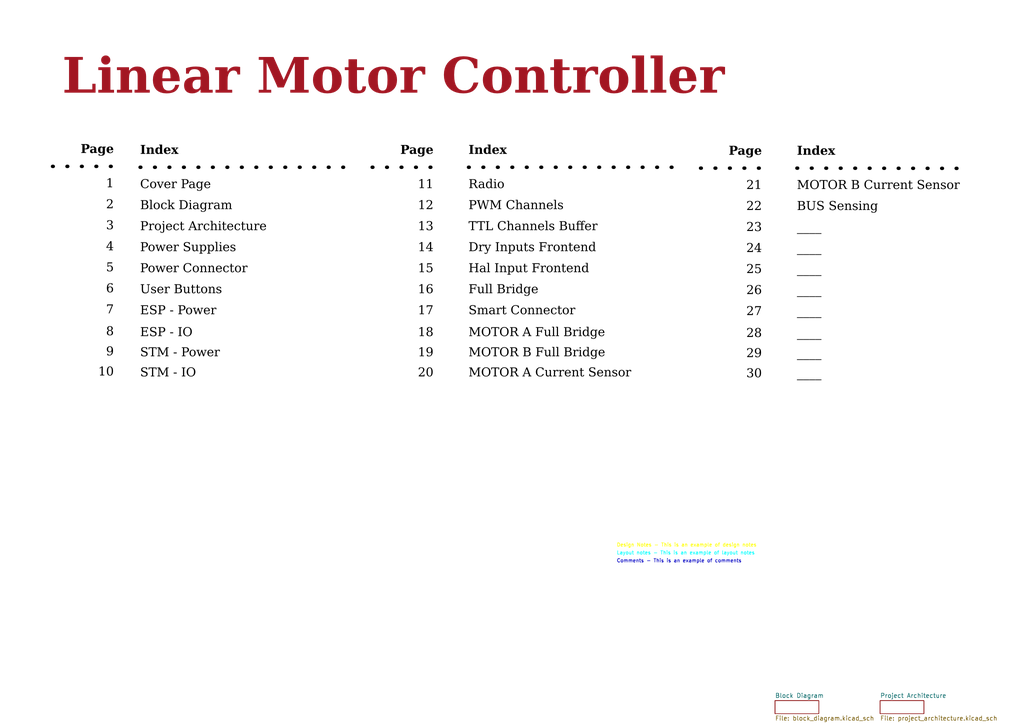
<source format=kicad_sch>
(kicad_sch
	(version 20250114)
	(generator "eeschema")
	(generator_version "9.0")
	(uuid "366b6b63-f50f-4704-98b3-a25deb9b26fa")
	(paper "A4")
	(title_block
		(title "Linear Motor Controller")
		(date "2025-12-08")
		(rev "0.1")
		(company "Olibra LLC")
	)
	(lib_symbols)
	(text "Dry Inputs Frontend"
		(exclude_from_sim no)
		(at 135.89 74.168 0)
		(effects
			(font
				(face "Times New Roman")
				(size 2.54 2.54)
				(color 0 0 0 1)
			)
			(justify left bottom)
			(href "#14")
		)
		(uuid "0793dc72-73de-4cbe-b339-4413af97e863")
	)
	(text "Cover Page"
		(exclude_from_sim no)
		(at 40.64 55.88 0)
		(effects
			(font
				(face "Times New Roman")
				(size 2.54 2.54)
				(color 0 0 0 1)
			)
			(justify left bottom)
			(href "#1")
		)
		(uuid "0d6385de-25a2-411d-a4ad-f4ed6a299402")
	)
	(text "ESP - Power"
		(exclude_from_sim no)
		(at 40.64 92.456 0)
		(effects
			(font
				(face "Times New Roman")
				(size 2.54 2.54)
				(color 0 0 0 1)
			)
			(justify left bottom)
			(href "#7")
		)
		(uuid "0f546bea-65ff-41fa-9153-58cd19e31304")
	)
	(text "6"
		(exclude_from_sim no)
		(at 33.02 86.106 0)
		(effects
			(font
				(face "Times New Roman")
				(size 2.54 2.54)
				(color 0 0 0 1)
			)
			(justify right bottom)
			(href "#6")
		)
		(uuid "10420672-5a45-488e-97e1-c84af7a7f1fa")
	)
	(text "9"
		(exclude_from_sim no)
		(at 33.02 104.394 0)
		(effects
			(font
				(face "Times New Roman")
				(size 2.54 2.54)
				(color 0 0 0 1)
			)
			(justify right bottom)
			(href "#9")
		)
		(uuid "11a7c875-915f-4be4-b570-7488c88587a8")
	)
	(text "ESP - IO"
		(exclude_from_sim no)
		(at 40.64 98.806 0)
		(effects
			(font
				(face "Times New Roman")
				(size 2.54 2.54)
				(color 0 0 0 1)
			)
			(justify left bottom)
			(href "#8")
		)
		(uuid "1214c011-e3d7-47a6-9ec4-7c73988f2e56")
	)
	(text "BUS Sensing"
		(exclude_from_sim no)
		(at 231.14 62.23 0)
		(effects
			(font
				(face "Times New Roman")
				(size 2.54 2.54)
				(color 0 0 0 1)
			)
			(justify left bottom)
			(href "#22")
		)
		(uuid "169567a5-3d19-45aa-9a24-7f492e9e7967")
	)
	(text "19"
		(exclude_from_sim no)
		(at 125.73 104.648 0)
		(effects
			(font
				(face "Times New Roman")
				(size 2.54 2.54)
				(color 0 0 0 1)
			)
			(justify right bottom)
			(href "#19")
		)
		(uuid "200be0c2-430b-48b3-9dbc-12bca19429e6")
	)
	(text "3"
		(exclude_from_sim no)
		(at 33.02 67.818 0)
		(effects
			(font
				(face "Times New Roman")
				(size 2.54 2.54)
				(color 0 0 0 1)
			)
			(justify right bottom)
			(href "#3")
		)
		(uuid "22dad909-938f-4920-93ac-0e5b606f3f7c")
	)
	(text "7"
		(exclude_from_sim no)
		(at 33.02 92.202 0)
		(effects
			(font
				(face "Times New Roman")
				(size 2.54 2.54)
				(color 0 0 0 1)
			)
			(justify right bottom)
			(href "#7")
		)
		(uuid "256d894f-7e2d-44db-b181-1d14841cde58")
	)
	(text "25"
		(exclude_from_sim no)
		(at 220.98 80.518 0)
		(effects
			(font
				(face "Times New Roman")
				(size 2.54 2.54)
				(color 0 0 0 1)
			)
			(justify right bottom)
			(href "#15")
		)
		(uuid "262cface-3d3f-4a42-95dd-66126c9bb0c7")
	)
	(text "Power Supplies"
		(exclude_from_sim no)
		(at 40.64 74.168 0)
		(effects
			(font
				(face "Times New Roman")
				(size 2.54 2.54)
				(color 0 0 0 1)
			)
			(justify left bottom)
			(href "#4")
		)
		(uuid "2678f96b-6668-40e8-abfb-f324165428a2")
	)
	(text "4"
		(exclude_from_sim no)
		(at 33.02 73.914 0)
		(effects
			(font
				(face "Times New Roman")
				(size 2.54 2.54)
				(color 0 0 0 1)
			)
			(justify right bottom)
			(href "#4")
		)
		(uuid "29dfbfc6-45a9-43c4-97a2-a2b70aa28c32")
	)
	(text "20"
		(exclude_from_sim no)
		(at 125.73 110.49 0)
		(effects
			(font
				(face "Times New Roman")
				(size 2.54 2.54)
				(color 0 0 0 1)
			)
			(justify right bottom)
			(href "#20")
		)
		(uuid "2eec34e8-73db-4a62-826c-dccdc0122000")
	)
	(text "Power Connector"
		(exclude_from_sim no)
		(at 40.64 80.264 0)
		(effects
			(font
				(face "Times New Roman")
				(size 2.54 2.54)
				(color 0 0 0 1)
			)
			(justify left bottom)
			(href "#5")
		)
		(uuid "2fea5b0e-6747-462c-adca-adbb96bdf050")
	)
	(text "MOTOR A Current Sensor"
		(exclude_from_sim no)
		(at 135.89 110.49 0)
		(effects
			(font
				(face "Times New Roman")
				(size 2.54 2.54)
				(color 0 0 0 1)
			)
			(justify left bottom)
			(href "#20")
		)
		(uuid "349518a1-11ff-412a-b1a0-bb44abf4eaa3")
	)
	(text "Linear Motor Controller\n"
		(exclude_from_sim no)
		(at 18.034 31.496 0)
		(effects
			(font
				(face "Times New Roman")
				(size 10.16 10.16)
				(thickness 1)
				(bold yes)
				(color 162 22 34 1)
			)
			(justify left bottom)
		)
		(uuid "359bfb52-5932-43f9-947d-0419cf522d07")
	)
	(text "Page"
		(exclude_from_sim no)
		(at 125.73 45.974 0)
		(effects
			(font
				(face "Times New Roman")
				(size 2.54 2.54)
				(bold yes)
				(color 0 0 0 1)
			)
			(justify right bottom)
		)
		(uuid "38f24aeb-8eae-4ab9-b853-94c6b644fabf")
	)
	(text "27"
		(exclude_from_sim no)
		(at 220.98 92.71 0)
		(effects
			(font
				(face "Times New Roman")
				(size 2.54 2.54)
				(color 0 0 0 1)
			)
			(justify right bottom)
			(href "#17")
		)
		(uuid "3b959edc-eb04-4ac0-bbf0-fd06315b59ff")
	)
	(text "Radio"
		(exclude_from_sim no)
		(at 135.89 55.88 0)
		(effects
			(font
				(face "Times New Roman")
				(size 2.54 2.54)
				(color 0 0 0 1)
			)
			(justify left bottom)
			(href "#11")
		)
		(uuid "3be9f857-5bf6-4c73-83b0-7c774ab444e0")
	)
	(text "MOTOR B Full Bridge"
		(exclude_from_sim no)
		(at 135.89 104.648 0)
		(effects
			(font
				(face "Times New Roman")
				(size 2.54 2.54)
				(color 0 0 0 1)
			)
			(justify left bottom)
			(href "#19")
		)
		(uuid "46a0c2f5-b79e-4f6f-8a53-f5a03964c7d3")
	)
	(text "22"
		(exclude_from_sim no)
		(at 220.98 62.23 0)
		(effects
			(font
				(face "Times New Roman")
				(size 2.54 2.54)
				(color 0 0 0 1)
			)
			(justify right bottom)
			(href "#12")
		)
		(uuid "4961b08d-ea0c-47a0-a531-b6b1f6bba689")
	)
	(text "____"
		(exclude_from_sim no)
		(at 231.14 104.902 0)
		(effects
			(font
				(face "Times New Roman")
				(size 2.54 2.54)
				(color 0 0 0 1)
			)
			(justify left bottom)
			(href "#29")
		)
		(uuid "49923a6f-820a-4c9e-9b55-a7891d4b0644")
	)
	(text "MOTOR B Current Sensor"
		(exclude_from_sim no)
		(at 231.14 56.134 0)
		(effects
			(font
				(face "Times New Roman")
				(size 2.54 2.54)
				(color 0 0 0 1)
			)
			(justify left bottom)
			(href "#21")
		)
		(uuid "4a3bdf00-fa40-4e7f-82af-7cb99d9f5928")
	)
	(text "PWM Channels"
		(exclude_from_sim no)
		(at 135.89 61.976 0)
		(effects
			(font
				(face "Times New Roman")
				(size 2.54 2.54)
				(color 0 0 0 1)
			)
			(justify left bottom)
			(href "#12")
		)
		(uuid "4a8b065c-07c3-4057-9771-c9f745d1dc7f")
	)
	(text "5"
		(exclude_from_sim no)
		(at 33.02 80.01 0)
		(effects
			(font
				(face "Times New Roman")
				(size 2.54 2.54)
				(color 0 0 0 1)
			)
			(justify right bottom)
			(href "#5")
		)
		(uuid "4f180c35-1081-4ad0-b781-675c14c4d705")
	)
	(text "28"
		(exclude_from_sim no)
		(at 220.98 99.06 0)
		(effects
			(font
				(face "Times New Roman")
				(size 2.54 2.54)
				(color 0 0 0 1)
			)
			(justify right bottom)
			(href "#18")
		)
		(uuid "52e85378-7f62-4bc0-9812-153d20694c1a")
	)
	(text "Index"
		(exclude_from_sim no)
		(at 231.14 46.228 0)
		(effects
			(font
				(face "Times New Roman")
				(size 2.54 2.54)
				(bold yes)
				(color 0 0 0 1)
			)
			(justify left bottom)
		)
		(uuid "55870c8f-2f03-473c-8061-6d5851dc050a")
	)
	(text "18"
		(exclude_from_sim no)
		(at 125.73 98.806 0)
		(effects
			(font
				(face "Times New Roman")
				(size 2.54 2.54)
				(color 0 0 0 1)
			)
			(justify right bottom)
			(href "#18")
		)
		(uuid "59b4ac80-9de5-4acd-a3c5-f9fe9c1d8f40")
	)
	(text "14"
		(exclude_from_sim no)
		(at 125.73 74.168 0)
		(effects
			(font
				(face "Times New Roman")
				(size 2.54 2.54)
				(color 0 0 0 1)
			)
			(justify right bottom)
			(href "#14")
		)
		(uuid "59f6cd73-9fc8-42f9-a748-bf0a0331a0b5")
	)
	(text "MOTOR A Full Bridge"
		(exclude_from_sim no)
		(at 135.89 98.806 0)
		(effects
			(font
				(face "Times New Roman")
				(size 2.54 2.54)
				(color 0 0 0 1)
			)
			(justify left bottom)
			(href "#18")
		)
		(uuid "5af51c17-164d-4d95-878a-ebe1695e33e5")
	)
	(text "Index"
		(exclude_from_sim no)
		(at 135.89 45.974 0)
		(effects
			(font
				(face "Times New Roman")
				(size 2.54 2.54)
				(bold yes)
				(color 0 0 0 1)
			)
			(justify left bottom)
		)
		(uuid "60a9a2b3-b864-4509-ba99-2f99cd8cf108")
	)
	(text "17"
		(exclude_from_sim no)
		(at 125.73 92.456 0)
		(effects
			(font
				(face "Times New Roman")
				(size 2.54 2.54)
				(color 0 0 0 1)
			)
			(justify right bottom)
			(href "#17")
		)
		(uuid "64e723fe-e06b-47be-bc78-8a83f252bdc3")
	)
	(text "Block Diagram"
		(exclude_from_sim no)
		(at 40.64 61.976 0)
		(effects
			(font
				(face "Times New Roman")
				(size 2.54 2.54)
				(color 0 0 0 1)
			)
			(justify left bottom)
			(href "#2")
		)
		(uuid "69f9f113-8582-4d09-9184-801e4ea3fb41")
	)
	(text "Full Bridge"
		(exclude_from_sim no)
		(at 135.89 86.36 0)
		(effects
			(font
				(face "Times New Roman")
				(size 2.54 2.54)
				(color 0 0 0 1)
			)
			(justify left bottom)
			(href "#16")
		)
		(uuid "6abe4486-9606-4f8e-bd66-0ef63f766470")
	)
	(text "____"
		(exclude_from_sim no)
		(at 231.14 80.518 0)
		(effects
			(font
				(face "Times New Roman")
				(size 2.54 2.54)
				(color 0 0 0 1)
			)
			(justify left bottom)
			(href "#25")
		)
		(uuid "7533848e-e08f-4e92-9ccb-8a176e9f2825")
	)
	(text "____"
		(exclude_from_sim no)
		(at 231.14 92.71 0)
		(effects
			(font
				(face "Times New Roman")
				(size 2.54 2.54)
				(color 0 0 0 1)
			)
			(justify left bottom)
			(href "#27")
		)
		(uuid "7be28619-b10c-47bd-8b78-ff1510e5ade3")
	)
	(text "23"
		(exclude_from_sim no)
		(at 220.98 68.326 0)
		(effects
			(font
				(face "Times New Roman")
				(size 2.54 2.54)
				(color 0 0 0 1)
			)
			(justify right bottom)
			(href "#13")
		)
		(uuid "7cc05a89-941a-4d9d-88e5-215cdaaf6996")
	)
	(text "____"
		(exclude_from_sim no)
		(at 231.14 99.06 0)
		(effects
			(font
				(face "Times New Roman")
				(size 2.54 2.54)
				(color 0 0 0 1)
			)
			(justify left bottom)
			(href "#28")
		)
		(uuid "7e9ccb81-ade0-4439-8e7b-0c0b60e751d6")
	)
	(text "TTL Channels Buffer"
		(exclude_from_sim no)
		(at 135.89 68.072 0)
		(effects
			(font
				(face "Times New Roman")
				(size 2.54 2.54)
				(color 0 0 0 1)
			)
			(justify left bottom)
			(href "#13")
		)
		(uuid "814a1c60-aa7c-4fb0-a12b-f3ba6d72c38d")
	)
	(text "STM - Power"
		(exclude_from_sim no)
		(at 40.64 104.648 0)
		(effects
			(font
				(face "Times New Roman")
				(size 2.54 2.54)
				(color 0 0 0 1)
			)
			(justify left bottom)
			(href "#9")
		)
		(uuid "82c4aacf-4943-4b8d-b952-c430b9cb66ad")
	)
	(text "29"
		(exclude_from_sim no)
		(at 220.98 104.902 0)
		(effects
			(font
				(face "Times New Roman")
				(size 2.54 2.54)
				(color 0 0 0 1)
			)
			(justify right bottom)
			(href "#19")
		)
		(uuid "89b9cbbe-be66-477e-b8de-5287b1ec6b00")
	)
	(text "24"
		(exclude_from_sim no)
		(at 220.98 74.422 0)
		(effects
			(font
				(face "Times New Roman")
				(size 2.54 2.54)
				(color 0 0 0 1)
			)
			(justify right bottom)
			(href "#14")
		)
		(uuid "8a2d6b5c-9d22-414f-94d8-8b9789a06c81")
	)
	(text "11"
		(exclude_from_sim no)
		(at 125.73 55.88 0)
		(effects
			(font
				(face "Times New Roman")
				(size 2.54 2.54)
				(color 0 0 0 1)
			)
			(justify right bottom)
			(href "#11")
		)
		(uuid "8ae41dc6-5e7f-4923-8dc5-b199fe3e5af8")
	)
	(text "1"
		(exclude_from_sim no)
		(at 33.02 55.626 0)
		(effects
			(font
				(face "Times New Roman")
				(size 2.54 2.54)
				(color 0 0 0 1)
			)
			(justify right bottom)
			(href "#1")
		)
		(uuid "8ba2e019-5a46-446d-9f43-72bce3705d8d")
	)
	(text "Smart Connector"
		(exclude_from_sim no)
		(at 135.89 92.456 0)
		(effects
			(font
				(face "Times New Roman")
				(size 2.54 2.54)
				(color 0 0 0 1)
			)
			(justify left bottom)
			(href "#17")
		)
		(uuid "8cfaf8f1-5160-4352-b7bb-7e874f7e9a6c")
	)
	(text "____"
		(exclude_from_sim no)
		(at 231.14 68.326 0)
		(effects
			(font
				(face "Times New Roman")
				(size 2.54 2.54)
				(color 0 0 0 1)
			)
			(justify left bottom)
			(href "#23")
		)
		(uuid "9086872f-1977-4478-ba86-6df2367a8556")
	)
	(text "12"
		(exclude_from_sim no)
		(at 125.73 61.976 0)
		(effects
			(font
				(face "Times New Roman")
				(size 2.54 2.54)
				(color 0 0 0 1)
			)
			(justify right bottom)
			(href "#12")
		)
		(uuid "911aebb5-bfb3-42b9-bdfb-6264f737f583")
	)
	(text "26"
		(exclude_from_sim no)
		(at 220.98 86.614 0)
		(effects
			(font
				(face "Times New Roman")
				(size 2.54 2.54)
				(color 0 0 0 1)
			)
			(justify right bottom)
			(href "#16")
		)
		(uuid "91b6bf76-5f43-4c74-8c2a-3fb1bc74cb5e")
	)
	(text "User Buttons"
		(exclude_from_sim no)
		(at 40.64 86.36 0)
		(effects
			(font
				(face "Times New Roman")
				(size 2.54 2.54)
				(color 0 0 0 1)
			)
			(justify left bottom)
			(href "#6")
		)
		(uuid "99463fac-ec08-4412-9183-77dcbb39da75")
	)
	(text "Hal Input Frontend"
		(exclude_from_sim no)
		(at 135.89 80.264 0)
		(effects
			(font
				(face "Times New Roman")
				(size 2.54 2.54)
				(color 0 0 0 1)
			)
			(justify left bottom)
			(href "#15")
		)
		(uuid "99679526-0435-496e-9556-d81a598cde19")
	)
	(text "____"
		(exclude_from_sim no)
		(at 231.14 74.422 0)
		(effects
			(font
				(face "Times New Roman")
				(size 2.54 2.54)
				(color 0 0 0 1)
			)
			(justify left bottom)
			(href "#24")
		)
		(uuid "9b60229f-a753-49b0-a35d-857ddb1b554e")
	)
	(text "Index"
		(exclude_from_sim no)
		(at 40.64 45.974 0)
		(effects
			(font
				(face "Times New Roman")
				(size 2.54 2.54)
				(bold yes)
				(color 0 0 0 1)
			)
			(justify left bottom)
		)
		(uuid "9ec40250-9c81-47f1-868e-a9fb84c1cbc7")
	)
	(text "21"
		(exclude_from_sim no)
		(at 220.98 56.134 0)
		(effects
			(font
				(face "Times New Roman")
				(size 2.54 2.54)
				(color 0 0 0 1)
			)
			(justify right bottom)
			(href "#11")
		)
		(uuid "a81d1d03-e9e3-421b-8fca-145860cb7ee8")
	)
	(text "Comments - This is an example of comments"
		(exclude_from_sim no)
		(at 178.816 162.814 0)
		(effects
			(font
				(size 1.016 1.016)
				(color 0 0 194 1)
			)
			(justify left)
		)
		(uuid "b437609f-a346-422d-8e21-320d3a9d39ad")
	)
	(text "13"
		(exclude_from_sim no)
		(at 125.73 68.072 0)
		(effects
			(font
				(face "Times New Roman")
				(size 2.54 2.54)
				(color 0 0 0 1)
			)
			(justify right bottom)
			(href "#13")
		)
		(uuid "bccace69-cc93-40d6-8a1f-cb01e7a90ead")
	)
	(text "Layout notes - This is an example of layout notes"
		(exclude_from_sim no)
		(at 178.816 160.528 0)
		(effects
			(font
				(size 1.016 1.016)
				(color 0 255 255 1)
			)
			(justify left)
		)
		(uuid "c1bb139f-e94d-4ac6-838d-54cd07f28ce7")
	)
	(text "Design Notes - This is an example of design notes"
		(exclude_from_sim no)
		(at 178.816 158.242 0)
		(effects
			(font
				(size 1.016 1.016)
				(color 255 255 0 1)
			)
			(justify left)
		)
		(uuid "c60feb2b-6ba6-4380-bff9-4cb77997aa27")
	)
	(text "____"
		(exclude_from_sim no)
		(at 231.14 110.744 0)
		(effects
			(font
				(face "Times New Roman")
				(size 2.54 2.54)
				(color 0 0 0 1)
			)
			(justify left bottom)
			(href "#30")
		)
		(uuid "cc03501e-7b0c-44cc-8d72-516d16bf9f66")
	)
	(text "STM - IO"
		(exclude_from_sim no)
		(at 40.64 110.49 0)
		(effects
			(font
				(face "Times New Roman")
				(size 2.54 2.54)
				(color 0 0 0 1)
			)
			(justify left bottom)
			(href "#10")
		)
		(uuid "d2a89c99-4361-45e3-a558-b14078ea0896")
	)
	(text "____"
		(exclude_from_sim no)
		(at 231.14 86.614 0)
		(effects
			(font
				(face "Times New Roman")
				(size 2.54 2.54)
				(color 0 0 0 1)
			)
			(justify left bottom)
			(href "#26")
		)
		(uuid "d4c614e9-768e-4082-9ea4-232d78a23a3f")
	)
	(text "10"
		(exclude_from_sim no)
		(at 33.02 110.236 0)
		(effects
			(font
				(face "Times New Roman")
				(size 2.54 2.54)
				(color 0 0 0 1)
			)
			(justify right bottom)
			(href "#10")
		)
		(uuid "da03691c-3c12-42ea-bf58-86900cc22e8b")
	)
	(text "30"
		(exclude_from_sim no)
		(at 220.98 110.744 0)
		(effects
			(font
				(face "Times New Roman")
				(size 2.54 2.54)
				(color 0 0 0 1)
			)
			(justify right bottom)
			(href "#20")
		)
		(uuid "e71e05bb-e608-4069-99f2-84c089a2a9fe")
	)
	(text "Project Architecture"
		(exclude_from_sim no)
		(at 40.64 68.072 0)
		(effects
			(font
				(face "Times New Roman")
				(size 2.54 2.54)
				(color 0 0 0 1)
			)
			(justify left bottom)
			(href "#3")
		)
		(uuid "e789ca03-3916-4111-96bd-e4817d7f21db")
	)
	(text "Page"
		(exclude_from_sim no)
		(at 33.02 45.72 0)
		(effects
			(font
				(face "Times New Roman")
				(size 2.54 2.54)
				(bold yes)
				(color 0 0 0 1)
			)
			(justify right bottom)
		)
		(uuid "ecad8308-f419-4652-96d9-91f73c094a75")
	)
	(text "2"
		(exclude_from_sim no)
		(at 33.02 61.722 0)
		(effects
			(font
				(face "Times New Roman")
				(size 2.54 2.54)
				(color 0 0 0 1)
			)
			(justify right bottom)
			(href "#2")
		)
		(uuid "f058a556-3249-4fde-8b2d-6aeb45b6ef7c")
	)
	(text "16"
		(exclude_from_sim no)
		(at 125.73 86.36 0)
		(effects
			(font
				(face "Times New Roman")
				(size 2.54 2.54)
				(color 0 0 0 1)
			)
			(justify right bottom)
			(href "#16")
		)
		(uuid "f7a8c9c4-665a-4221-b091-bb7e39d64a93")
	)
	(text "8"
		(exclude_from_sim no)
		(at 33.02 98.552 0)
		(effects
			(font
				(face "Times New Roman")
				(size 2.54 2.54)
				(color 0 0 0 1)
			)
			(justify right bottom)
			(href "#8")
		)
		(uuid "fe856e90-f011-4890-9270-9a4929400d86")
	)
	(text "15"
		(exclude_from_sim no)
		(at 125.73 80.264 0)
		(effects
			(font
				(face "Times New Roman")
				(size 2.54 2.54)
				(color 0 0 0 1)
			)
			(justify right bottom)
			(href "#15")
		)
		(uuid "ff298a6e-4cf1-4033-80f6-62941ac7abaa")
	)
	(text "Page"
		(exclude_from_sim no)
		(at 220.98 46.228 0)
		(effects
			(font
				(face "Times New Roman")
				(size 2.54 2.54)
				(bold yes)
				(color 0 0 0 1)
			)
			(justify right bottom)
		)
		(uuid "ffd86907-a47c-45b2-b072-ebd797d1f987")
	)
	(polyline
		(pts
			(xy 203.2 48.768) (xy 220.98 48.768)
		)
		(stroke
			(width 1)
			(type dot)
			(color 0 0 0 1)
		)
		(uuid "009a413a-7bad-44bb-918a-9e9315b73b03")
	)
	(polyline
		(pts
			(xy 15.24 48.26) (xy 33.02 48.26)
		)
		(stroke
			(width 1)
			(type dot)
			(color 0 0 0 1)
		)
		(uuid "17426360-2411-451f-b38f-daac0b66ccdc")
	)
	(polyline
		(pts
			(xy 135.89 48.514) (xy 196.85 48.514)
		)
		(stroke
			(width 1)
			(type dot)
			(color 0 0 0 1)
		)
		(uuid "2904cd92-839f-44a5-bd53-38ee61e4e4f8")
	)
	(polyline
		(pts
			(xy 40.64 48.514) (xy 101.6 48.514)
		)
		(stroke
			(width 1)
			(type dot)
			(color 0 0 0 1)
		)
		(uuid "8aecd25c-4d81-4b8a-bbec-7544e35bfae0")
	)
	(polyline
		(pts
			(xy 231.14 48.768) (xy 279.752 48.84)
		)
		(stroke
			(width 1)
			(type dot)
			(color 0 0 0 1)
		)
		(uuid "cdbc2f72-30ef-4713-85cd-cdd3c71709b5")
	)
	(polyline
		(pts
			(xy 107.95 48.514) (xy 125.73 48.514)
		)
		(stroke
			(width 1)
			(type dot)
			(color 0 0 0 1)
		)
		(uuid "fe4187f2-2fee-4e35-af7e-8a4db2aa1ddd")
	)
	(sheet
		(at 224.79 203.2)
		(size 12.7 3.81)
		(exclude_from_sim no)
		(in_bom yes)
		(on_board yes)
		(dnp no)
		(fields_autoplaced yes)
		(stroke
			(width 0.1524)
			(type solid)
		)
		(fill
			(color 0 0 0 0.0000)
		)
		(uuid "d13c0999-8867-4247-acd6-8f114b5be873")
		(property "Sheetname" "Block Diagram"
			(at 224.79 202.4884 0)
			(effects
				(font
					(size 1.27 1.27)
				)
				(justify left bottom)
			)
		)
		(property "Sheetfile" "block_diagram.kicad_sch"
			(at 224.79 207.5946 0)
			(effects
				(font
					(size 1.27 1.27)
				)
				(justify left top)
			)
		)
		(instances
			(project "lmc"
				(path "/366b6b63-f50f-4704-98b3-a25deb9b26fa"
					(page "2")
				)
			)
		)
	)
	(sheet
		(at 255.27 203.2)
		(size 12.7 3.81)
		(exclude_from_sim no)
		(in_bom yes)
		(on_board yes)
		(dnp no)
		(fields_autoplaced yes)
		(stroke
			(width 0.1524)
			(type solid)
		)
		(fill
			(color 0 0 0 0.0000)
		)
		(uuid "eae2f1c3-9849-4004-ace3-e7424e3cdc34")
		(property "Sheetname" "Project Architecture"
			(at 255.27 202.4884 0)
			(effects
				(font
					(size 1.27 1.27)
				)
				(justify left bottom)
			)
		)
		(property "Sheetfile" "project_architecture.kicad_sch"
			(at 255.27 207.5946 0)
			(effects
				(font
					(size 1.27 1.27)
				)
				(justify left top)
			)
		)
		(instances
			(project "lmc"
				(path "/366b6b63-f50f-4704-98b3-a25deb9b26fa"
					(page "3")
				)
			)
		)
	)
	(sheet_instances
		(path "/"
			(page "1")
		)
	)
	(embedded_fonts no)
)

</source>
